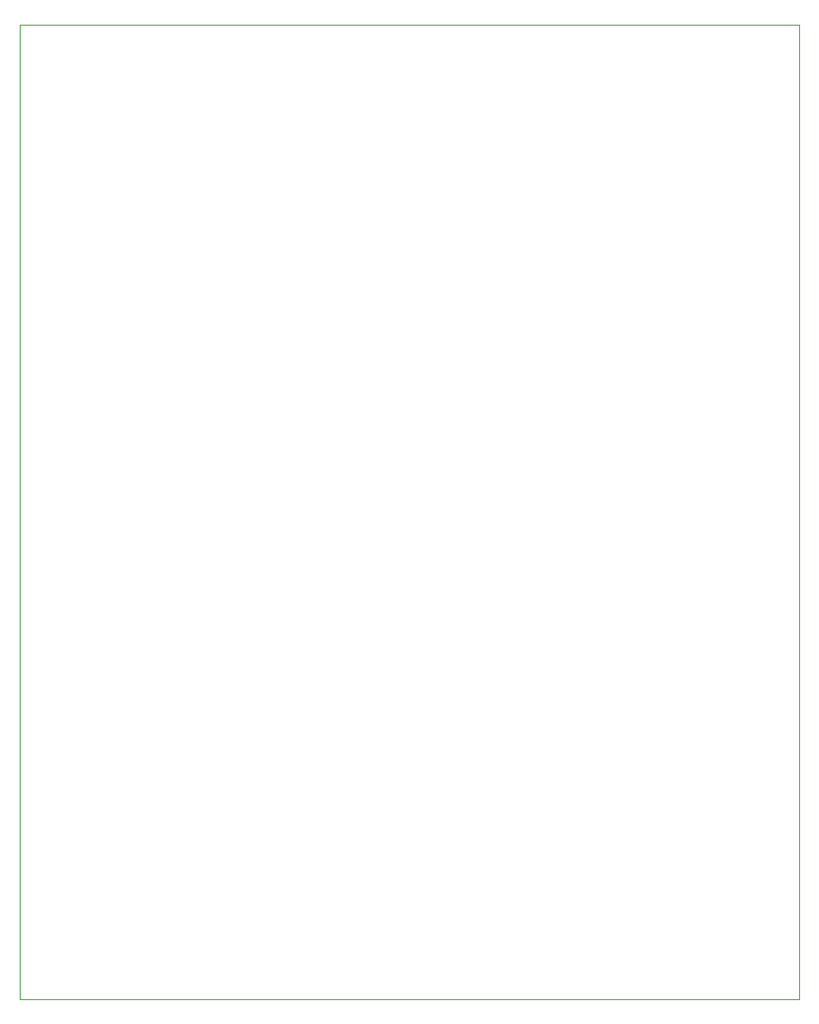
<source format=gbr>
%FSLAX46Y46*%
G04 Gerber Fmt 4.6, Leading zero omitted, Abs format (unit mm)*
G04 Created by KiCad (PCBNEW (2014-10-27 BZR 5228)-product) date 06/09/2015 06:20:01*
%MOMM*%
G01*
G04 APERTURE LIST*
%ADD10C,0.100000*%
G04 APERTURE END LIST*
D10*
X195000000Y-35000000D02*
X195000000Y-135000000D01*
X195000000Y-135000000D02*
X115000000Y-135000000D01*
X115000000Y-35000000D02*
X195000000Y-35000000D01*
X115000000Y-35000000D02*
X115000000Y-135000000D01*
M02*

</source>
